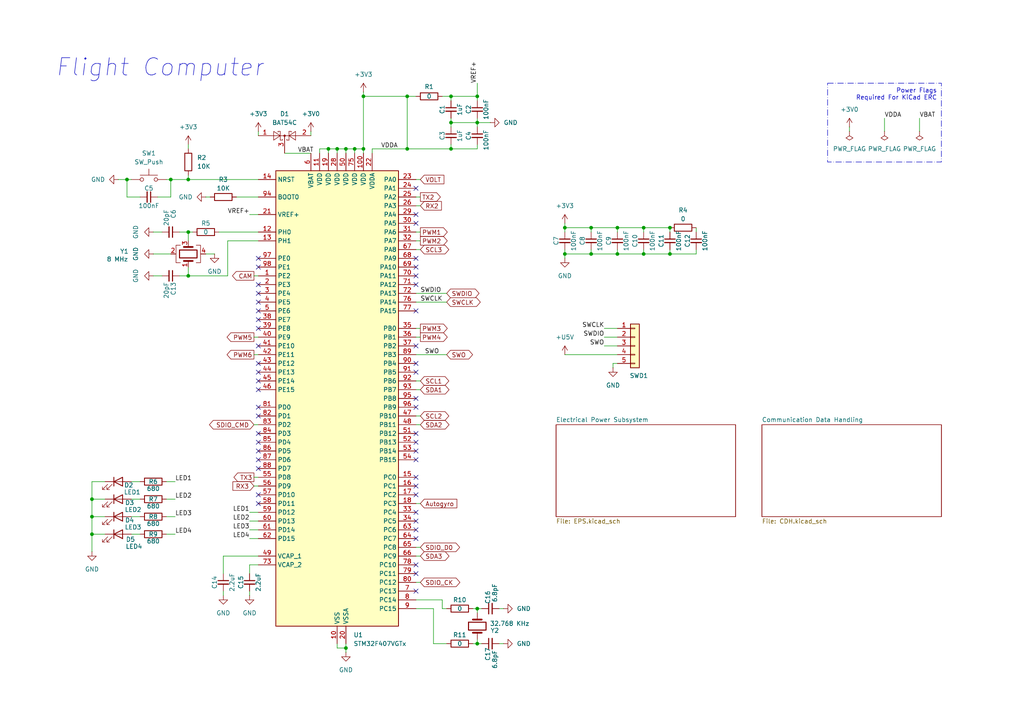
<source format=kicad_sch>
(kicad_sch (version 20231120) (generator "eeschema") (generator_version "8.0")
  (paper "A4")
  (title_block (title "CanSat Avionics - Auto Gyro Descender") (date "2024-10-04") (rev "1") (company "Bamantara EEPISAT") (comment 1 "#Bismillah_Juara_1") (comment 2 "#DOA_IBU"))
  (lib_symbols
    (symbol "+3V3_1" (power) (pin_numbers hide) (pin_names (offset 0) hide)
      (property "Value" "+3V3" (at 0 3.556 0))
      (symbol "+3V3_1_0_1"
        (polyline (pts (xy -0.762 1.27) (xy 0 2.54)))
        (polyline (pts (xy 0 0) (xy 0 2.54)))
        (polyline (pts (xy 0 2.54) (xy 0.762 1.27)))
      )
      (symbol "+3V3_1_1_1"
        (pin power_in line (at 0 0 90) (length 0) (name "~") (number "1"))
      )
    )
    (symbol "Connector_Generic:Conn_01x05" (pin_names (offset 1.016) hide)
      (property "Reference" "J" (at 0 7.62 0))
      (property "Value" "Conn_01x05" (at 0 -7.62 0))
      (symbol "Conn_01x05_1_1"
        (rectangle (start -1.27 -4.953) (end 0 -5.207) (stroke (width 0.1524)))
        (rectangle (start -1.27 -2.413) (end 0 -2.667) (stroke (width 0.1524)))
        (rectangle (start -1.27 0.127) (end 0 -0.127) (stroke (width 0.1524)))
        (rectangle (start -1.27 2.667) (end 0 2.413) (stroke (width 0.1524)))
        (rectangle (start -1.27 5.207) (end 0 4.953) (stroke (width 0.1524)))
        (rectangle (start -1.27 6.35) (end 1.27 -6.35) (stroke (width 0.254)) (fill (type background)))
        (pin passive line (at -5.08 5.08 0) (length 3.81) (name "Pin_1") (number "1"))
        (pin passive line (at -5.08 2.54 0) (length 3.81) (name "Pin_2") (number "2"))
        (pin passive line (at -5.08 0 0) (length 3.81) (name "Pin_3") (number "3"))
        (pin passive line (at -5.08 -2.54 0) (length 3.81) (name "Pin_4") (number "4"))
        (pin passive line (at -5.08 -5.08 0) (length 3.81) (name "Pin_5") (number "5"))
      )
    )
    (symbol "Device:C_Small" (pin_numbers hide) (pin_names (offset 0.254) hide)
      (property "Reference" "C" (at 0.254 1.778 0))
      (property "Value" "C_Small" (at 0.254 -2.032 0))
      (symbol "C_Small_0_1"
        (polyline (pts (xy -1.524 -0.508) (xy 1.524 -0.508)) (stroke (width 0.3302)))
        (polyline (pts (xy -1.524 0.508) (xy 1.524 0.508)) (stroke (width 0.3048)))
      )
      (symbol "C_Small_1_1"
        (pin passive line (at 0 2.54 270) (length 2.032) (name "~") (number "1"))
        (pin passive line (at 0 -2.54 90) (length 2.032) (name "~") (number "2"))
      )
    )
    (symbol "Device:Crystal" (pin_numbers hide) (pin_names (offset 1.016) hide)
      (property "Reference" "Y" (at 0 3.81 0))
      (property "Value" "Crystal" (at 0 -3.81 0))
      (symbol "Crystal_0_1"
        (rectangle (start -1.143 2.54) (end 1.143 -2.54) (stroke (width 0.3048)))
        (polyline (pts (xy -2.54 0) (xy -1.905 0)))
        (polyline (pts (xy -1.905 -1.27) (xy -1.905 1.27)) (stroke (width 0.508)))
        (polyline (pts (xy 1.905 -1.27) (xy 1.905 1.27)) (stroke (width 0.508)))
        (polyline (pts (xy 2.54 0) (xy 1.905 0)))
      )
      (symbol "Crystal_1_1"
        (pin passive line (at -3.81 0 0) (length 1.27) (name "1") (number "1"))
        (pin passive line (at 3.81 0 180) (length 1.27) (name "2") (number "2"))
      )
    )
    (symbol "Device:Crystal_GND24" (pin_names (offset 1.016) hide)
      (property "Reference" "Y" (at 3.175 5.08 0))
      (property "Value" "Crystal_GND24" (at 3.175 3.175 0))
      (symbol "Crystal_GND24_0_1"
        (rectangle (start -1.143 2.54) (end 1.143 -2.54) (stroke (width 0.3048)))
        (polyline (pts (xy -2.54 0) (xy -2.032 0)))
        (polyline (pts (xy -2.032 -1.27) (xy -2.032 1.27)) (stroke (width 0.508)))
        (polyline (pts (xy 0 -3.81) (xy 0 -3.556)))
        (polyline (pts (xy 0 3.556) (xy 0 3.81)))
        (polyline (pts (xy 2.032 -1.27) (xy 2.032 1.27)) (stroke (width 0.508)))
        (polyline (pts (xy 2.032 0) (xy 2.54 0)))
        (polyline (pts (xy -2.54 -2.286) (xy -2.54 -3.556) (xy 2.54 -3.556) (xy 2.54 -2.286)))
        (polyline (pts (xy -2.54 2.286) (xy -2.54 3.556) (xy 2.54 3.556) (xy 2.54 2.286)))
      )
      (symbol "Crystal_GND24_1_1"
        (pin passive line (at -3.81 0 0) (length 1.27) (name "1") (number "1"))
        (pin passive line (at 0 5.08 270) (length 1.27) (name "2") (number "2"))
        (pin passive line (at 3.81 0 180) (length 1.27) (name "3") (number "3"))
        (pin passive line (at 0 -5.08 90) (length 1.27) (name "4") (number "4"))
      )
    )
    (symbol "Device:LED" (pin_numbers hide) (pin_names (offset 1.016) hide)
      (property "Reference" "D" (at 0 2.54 0))
      (property "Value" "LED" (at 0 -2.54 0))
      (symbol "LED_0_1"
        (polyline (pts (xy -1.27 -1.27) (xy -1.27 1.27)) (stroke (width 0.254)))
        (polyline (pts (xy -1.27 0) (xy 1.27 0)))
        (polyline (pts (xy 1.27 -1.27) (xy 1.27 1.27) (xy -1.27 0) (xy 1.27 -1.27)) (stroke (width 0.254)))
        (polyline (pts (xy -3.048 -0.762) (xy -4.572 -2.286) (xy -3.81 -2.286) (xy -4.572 -2.286) (xy -4.572 -1.524)))
        (polyline (pts (xy -1.778 -0.762) (xy -3.302 -2.286) (xy -2.54 -2.286) (xy -3.302 -2.286) (xy -3.302 -1.524)))
      )
      (symbol "LED_1_1"
        (pin passive line (at -3.81 0 0) (length 2.54) (name "K") (number "1"))
        (pin passive line (at 3.81 0 180) (length 2.54) (name "A") (number "2"))
      )
    )
    (symbol "Device:R" (pin_numbers hide) (pin_names (offset 0))
      (property "Reference" "R" (at 2.032 0 90))
      (property "Value" "R" (at 0 0 90))
      (symbol "R_0_1"
        (rectangle (start -1.016 -2.54) (end 1.016 2.54) (stroke (width 0.254)))
      )
      (symbol "R_1_1"
        (pin passive line (at 0 3.81 270) (length 1.27) (name "~") (number "1"))
        (pin passive line (at 0 -3.81 90) (length 1.27) (name "~") (number "2"))
      )
    )
    (symbol "Diode:BAT54C" (pin_names (offset 1.016))
      (property "Reference" "D" (at 0.635 -3.81 0))
      (property "Value" "BAT54C" (at -6.35 3.175 0))
      (symbol "BAT54C_0_1"
        (polyline (pts (xy -1.905 0) (xy 1.905 0)))
        (polyline (pts (xy -1.905 1.27) (xy -1.905 1.016)))
        (polyline (pts (xy -1.27 -1.27) (xy -0.635 -1.27)))
        (polyline (pts (xy -1.27 0) (xy -3.81 0)))
        (polyline (pts (xy -1.27 1.27) (xy -1.905 1.27)))
        (polyline (pts (xy -1.27 1.27) (xy -1.27 -1.27)))
        (polyline (pts (xy -0.635 -1.27) (xy -0.635 -1.016)))
        (polyline (pts (xy 0.635 -1.27) (xy 0.635 -1.016)))
        (polyline (pts (xy 1.27 -1.27) (xy 0.635 -1.27)))
        (polyline (pts (xy 1.27 1.27) (xy 1.27 -1.27)))
        (polyline (pts (xy 1.27 1.27) (xy 1.905 1.27)))
        (polyline (pts (xy 1.905 1.27) (xy 1.905 1.016)))
        (polyline (pts (xy 3.81 0) (xy 1.27 0)))
        (polyline (pts (xy -3.175 -1.27) (xy -3.175 1.27) (xy -1.27 0) (xy -3.175 -1.27)))
        (polyline (pts (xy 3.175 -1.27) (xy 3.175 1.27) (xy 1.27 0) (xy 3.175 -1.27)))
        (circle (center 0 0) (radius 0.254) (fill (type outline)))
      )
      (symbol "BAT54C_1_1"
        (pin passive line (at -7.62 0 0) (length 3.81) (name "~") (number "1"))
        (pin passive line (at 7.62 0 180) (length 3.81) (name "~") (number "2"))
        (pin passive line (at 0 -5.08 90) (length 5.08) (name "~") (number "3"))
      )
    )
    (symbol "GND_1" (power) (pin_numbers hide) (pin_names (offset 0) hide)
      (property "Value" "GND" (at 0 -3.81 0))
      (symbol "GND_1_0_1"
        (polyline (pts (xy 0 0) (xy 0 -1.27) (xy 1.27 -1.27) (xy 0 -2.54) (xy -1.27 -1.27) (xy 0 -1.27)))
      )
      (symbol "GND_1_1_1"
        (pin power_in line (at 0 0 270) (length 0) (name "~") (number "1"))
      )
    )
    (symbol "GND_2" (power) (pin_numbers hide) (pin_names (offset 0) hide)
      (property "Value" "GND" (at 0 -3.81 0))
      (symbol "GND_2_0_1"
        (polyline (pts (xy 0 0) (xy 0 -1.27) (xy 1.27 -1.27) (xy 0 -2.54) (xy -1.27 -1.27) (xy 0 -1.27)))
      )
      (symbol "GND_2_1_1"
        (pin power_in line (at 0 0 270) (length 0) (name "~") (number "1"))
      )
    )
    (symbol "GND_3" (power) (pin_numbers hide) (pin_names (offset 0) hide)
      (property "Value" "GND" (at 0 -3.81 0))
      (symbol "GND_3_0_1"
        (polyline (pts (xy 0 0) (xy 0 -1.27) (xy 1.27 -1.27) (xy 0 -2.54) (xy -1.27 -1.27) (xy 0 -1.27)))
      )
      (symbol "GND_3_1_1"
        (pin power_in line (at 0 0 270) (length 0) (name "~") (number "1"))
      )
    )
    (symbol "STM32F407VGTx_1"
      (property "Reference" "U" (at -17.78 67.31 0))
      (property "Value" "STM32F407VGTx" (at 12.7 67.31 0))
      (symbol "STM32F407VGTx_1_0_1"
        (rectangle (start -17.78 -66.04) (end 17.78 66.04) (stroke (width 0.254)) (fill (type background)))
      )
      (symbol "STM32F407VGTx_1_1_1"
        (pin bidirectional line (at -22.86 35.56 0) (length 5.08) (name "PE2") (number "1"))
        (pin power_in line (at 0 -71.12 90) (length 5.08) (name "VSS") (number "10"))
        (pin power_in line (at 7.62 71.12 270) (length 5.08) (name "VDD") (number "100"))
        (pin power_in line (at -5.08 71.12 270) (length 5.08) (name "VDD") (number "11"))
        (pin bidirectional line (at -22.86 48.26 0) (length 5.08) (name "PH0") (number "12"))
        (pin bidirectional line (at -22.86 45.72 0) (length 5.08) (name "PH1") (number "13"))
        (pin input line (at -22.86 63.5 0) (length 5.08) (name "NRST") (number "14"))
        (pin bidirectional line (at 22.86 -22.86 180) (length 5.08) (name "PC0") (number "15"))
        (pin bidirectional line (at 22.86 -25.4 180) (length 5.08) (name "PC1") (number "16"))
        (pin bidirectional line (at 22.86 -27.94 180) (length 5.08) (name "PC2") (number "17"))
        (pin bidirectional line (at 22.86 -30.48 180) (length 5.08) (name "PC3") (number "18"))
        (pin power_in line (at -2.54 71.12 270) (length 5.08) (name "VDD") (number "19"))
        (pin bidirectional line (at -22.86 33.02 0) (length 5.08) (name "PE3") (number "2"))
        (pin power_in line (at 2.54 -71.12 90) (length 5.08) (name "VSSA") (number "20"))
        (pin input line (at -22.86 53.34 0) (length 5.08) (name "VREF+") (number "21"))
        (pin power_in line (at 10.16 71.12 270) (length 5.08) (name "VDDA") (number "22"))
        (pin bidirectional line (at 22.86 63.5 180) (length 5.08) (name "PA0") (number "23"))
        (pin bidirectional line (at 22.86 60.96 180) (length 5.08) (name "PA1") (number "24"))
        (pin bidirectional line (at 22.86 58.42 180) (length 5.08) (name "PA2") (number "25"))
        (pin bidirectional line (at 22.86 55.88 180) (length 5.08) (name "PA3") (number "26"))
        (pin passive line (at 0 -71.12 90) (length 5.08) hide (name "VSS") (number "27"))
        (pin power_in line (at 0 71.12 270) (length 5.08) (name "VDD") (number "28"))
        (pin bidirectional line (at 22.86 53.34 180) (length 5.08) (name "PA4") (number "29"))
        (pin bidirectional line (at -22.86 30.48 0) (length 5.08) (name "PE4") (number "3"))
        (pin bidirectional line (at 22.86 50.8 180) (length 5.08) (name "PA5") (number "30"))
        (pin bidirectional line (at 22.86 48.26 180) (length 5.08) (name "PA6") (number "31"))
        (pin bidirectional line (at 22.86 45.72 180) (length 5.08) (name "PA7") (number "32"))
        (pin bidirectional line (at 22.86 -33.02 180) (length 5.08) (name "PC4") (number "33"))
        (pin bidirectional line (at 22.86 -35.56 180) (length 5.08) (name "PC5") (number "34"))
        (pin bidirectional line (at 22.86 20.32 180) (length 5.08) (name "PB0") (number "35"))
        (pin bidirectional line (at 22.86 17.78 180) (length 5.08) (name "PB1") (number "36"))
        (pin bidirectional line (at 22.86 15.24 180) (length 5.08) (name "PB2") (number "37"))
        (pin bidirectional line (at -22.86 22.86 0) (length 5.08) (name "PE7") (number "38"))
        (pin bidirectional line (at -22.86 20.32 0) (length 5.08) (name "PE8") (number "39"))
        (pin bidirectional line (at -22.86 27.94 0) (length 5.08) (name "PE5") (number "4"))
        (pin bidirectional line (at -22.86 17.78 0) (length 5.08) (name "PE9") (number "40"))
        (pin bidirectional line (at -22.86 15.24 0) (length 5.08) (name "PE10") (number "41"))
        (pin bidirectional line (at -22.86 12.7 0) (length 5.08) (name "PE11") (number "42"))
        (pin bidirectional line (at -22.86 10.16 0) (length 5.08) (name "PE12") (number "43"))
        (pin bidirectional line (at -22.86 7.62 0) (length 5.08) (name "PE13") (number "44"))
        (pin bidirectional line (at -22.86 5.08 0) (length 5.08) (name "PE14") (number "45"))
        (pin bidirectional line (at -22.86 2.54 0) (length 5.08) (name "PE15") (number "46"))
        (pin bidirectional line (at 22.86 -5.08 180) (length 5.08) (name "PB10") (number "47"))
        (pin bidirectional line (at 22.86 -7.62 180) (length 5.08) (name "PB11") (number "48"))
        (pin power_out line (at -22.86 -45.72 0) (length 5.08) (name "VCAP_1") (number "49"))
        (pin bidirectional line (at -22.86 25.4 0) (length 5.08) (name "PE6") (number "5"))
        (pin power_in line (at 2.54 71.12 270) (length 5.08) (name "VDD") (number "50"))
        (pin bidirectional line (at 22.86 -10.16 180) (length 5.08) (name "PB12") (number "51"))
        (pin bidirectional line (at 22.86 -12.7 180) (length 5.08) (name "PB13") (number "52"))
        (pin bidirectional line (at 22.86 -15.24 180) (length 5.08) (name "PB14") (number "53"))
        (pin bidirectional line (at 22.86 -17.78 180) (length 5.08) (name "PB15") (number "54"))
        (pin bidirectional line (at -22.86 -22.86 0) (length 5.08) (name "PD8") (number "55"))
        (pin bidirectional line (at -22.86 -25.4 0) (length 5.08) (name "PD9") (number "56"))
        (pin bidirectional line (at -22.86 -27.94 0) (length 5.08) (name "PD10") (number "57"))
        (pin bidirectional line (at -22.86 -30.48 0) (length 5.08) (name "PD11") (number "58"))
        (pin bidirectional line (at -22.86 -33.02 0) (length 5.08) (name "PD12") (number "59"))
        (pin power_in line (at -7.62 71.12 270) (length 5.08) (name "VBAT") (number "6"))
        (pin bidirectional line (at -22.86 -35.56 0) (length 5.08) (name "PD13") (number "60"))
        (pin bidirectional line (at -22.86 -38.1 0) (length 5.08) (name "PD14") (number "61"))
        (pin bidirectional line (at -22.86 -40.64 0) (length 5.08) (name "PD15") (number "62"))
        (pin bidirectional line (at 22.86 -38.1 180) (length 5.08) (name "PC6") (number "63"))
        (pin bidirectional line (at 22.86 -40.64 180) (length 5.08) (name "PC7") (number "64"))
        (pin bidirectional line (at 22.86 -43.18 180) (length 5.08) (name "PC8") (number "65"))
        (pin bidirectional line (at 22.86 -45.72 180) (length 5.08) (name "PC9") (number "66"))
        (pin bidirectional line (at 22.86 43.18 180) (length 5.08) (name "PA8") (number "67"))
        (pin bidirectional line (at 22.86 40.64 180) (length 5.08) (name "PA9") (number "68"))
        (pin bidirectional line (at 22.86 38.1 180) (length 5.08) (name "PA10") (number "69"))
        (pin bidirectional line (at 22.86 -55.88 180) (length 5.08) (name "PC13") (number "7"))
        (pin bidirectional line (at 22.86 35.56 180) (length 5.08) (name "PA11") (number "70"))
        (pin bidirectional line (at 22.86 33.02 180) (length 5.08) (name "PA12") (number "71"))
        (pin bidirectional line (at 22.86 30.48 180) (length 5.08) (name "PA13") (number "72"))
        (pin power_out line (at -22.86 -48.26 0) (length 5.08) (name "VCAP_2") (number "73"))
        (pin passive line (at 0 -71.12 90) (length 5.08) hide (name "VSS") (number "74"))
        (pin power_in line (at 5.08 71.12 270) (length 5.08) (name "VDD") (number "75"))
        (pin bidirectional line (at 22.86 27.94 180) (length 5.08) (name "PA14") (number "76"))
        (pin bidirectional line (at 22.86 25.4 180) (length 5.08) (name "PA15") (number "77"))
        (pin bidirectional line (at 22.86 -48.26 180) (length 5.08) (name "PC10") (number "78"))
        (pin bidirectional line (at 22.86 -50.8 180) (length 5.08) (name "PC11") (number "79"))
        (pin bidirectional line (at 22.86 -58.42 180) (length 5.08) (name "PC14") (number "8"))
        (pin bidirectional line (at 22.86 -53.34 180) (length 5.08) (name "PC12") (number "80"))
        (pin bidirectional line (at -22.86 -2.54 0) (length 5.08) (name "PD0") (number "81"))
        (pin bidirectional line (at -22.86 -5.08 0) (length 5.08) (name "PD1") (number "82"))
        (pin bidirectional line (at -22.86 -7.62 0) (length 5.08) (name "PD2") (number "83"))
        (pin bidirectional line (at -22.86 -10.16 0) (length 5.08) (name "PD3") (number "84"))
        (pin bidirectional line (at -22.86 -12.7 0) (length 5.08) (name "PD4") (number "85"))
        (pin bidirectional line (at -22.86 -15.24 0) (length 5.08) (name "PD5") (number "86"))
        (pin bidirectional line (at -22.86 -17.78 0) (length 5.08) (name "PD6") (number "87"))
        (pin bidirectional line (at -22.86 -20.32 0) (length 5.08) (name "PD7") (number "88"))
        (pin bidirectional line (at 22.86 12.7 180) (length 5.08) (name "PB3") (number "89"))
        (pin bidirectional line (at 22.86 -60.96 180) (length 5.08) (name "PC15") (number "9"))
        (pin bidirectional line (at 22.86 10.16 180) (length 5.08) (name "PB4") (number "90"))
        (pin bidirectional line (at 22.86 7.62 180) (length 5.08) (name "PB5") (number "91"))
        (pin bidirectional line (at 22.86 5.08 180) (length 5.08) (name "PB6") (number "92"))
        (pin bidirectional line (at 22.86 2.54 180) (length 5.08) (name "PB7") (number "93"))
        (pin input line (at -22.86 58.42 0) (length 5.08) (name "BOOT0") (number "94"))
        (pin bidirectional line (at 22.86 0 180) (length 5.08) (name "PB8") (number "95"))
        (pin bidirectional line (at 22.86 -2.54 180) (length 5.08) (name "PB9") (number "96"))
        (pin bidirectional line (at -22.86 40.64 0) (length 5.08) (name "PE0") (number "97"))
        (pin bidirectional line (at -22.86 38.1 0) (length 5.08) (name "PE1") (number "98"))
        (pin passive line (at 0 -71.12 90) (length 5.08) hide (name "VSS") (number "99"))
      )
    )
    (symbol "Switch:SW_Push" (pin_numbers hide) (pin_names (offset 1.016) hide)
      (property "Reference" "SW" (at 1.27 2.54 0))
      (property "Value" "SW_Push" (at 0 -1.524 0))
      (symbol "SW_Push_0_1"
        (circle (center -2.032 0) (radius 0.508))
        (polyline (pts (xy 0 1.27) (xy 0 3.048)))
        (polyline (pts (xy 2.54 1.27) (xy -2.54 1.27)))
        (circle (center 2.032 0) (radius 0.508))
        (pin passive line (at -5.08 0 0) (length 2.54) (name "1") (number "1"))
        (pin passive line (at 5.08 0 180) (length 2.54) (name "2") (number "2"))
      )
    )
    (symbol "power:+3V0" (power) (pin_numbers hide) (pin_names (offset 0) hide)
      (property "Value" "+3V0" (at 0 3.556 0))
      (symbol "+3V0_0_1"
        (polyline (pts (xy -0.762 1.27) (xy 0 2.54)))
        (polyline (pts (xy 0 0) (xy 0 2.54)))
        (polyline (pts (xy 0 2.54) (xy 0.762 1.27)))
      )
      (symbol "+3V0_1_1"
        (pin power_in line (at 0 0 90) (length 0) (name "~") (number "1"))
      )
    )
    (symbol "power:+5VA" (power) (pin_numbers hide) (pin_names (offset 0) hide)
      (property "Value" "+5VA" (at 0 3.556 0))
      (symbol "+5VA_0_1"
        (polyline (pts (xy -0.762 1.27) (xy 0 2.54)))
        (polyline (pts (xy 0 0) (xy 0 2.54)))
        (polyline (pts (xy 0 2.54) (xy 0.762 1.27)))
      )
      (symbol "+5VA_1_1"
        (pin power_in line (at 0 0 90) (length 0) (name "~") (number "1"))
      )
    )
    (symbol "power:PWR_FLAG" (power) (pin_numbers hide) (pin_names (offset 0) hide)
      (property "Value" "PWR_FLAG" (at 0 3.81 0))
      (symbol "PWR_FLAG_0_0"
        (pin power_out line (at 0 0 90) (length 0) (name "~") (number "1"))
      )
      (symbol "PWR_FLAG_0_1"
        (polyline (pts (xy 0 0) (xy 0 1.27) (xy -1.016 1.905) (xy 0 2.54) (xy 1.016 1.905) (xy 0 1.27)))
      )
    )
  )
  (junction (at 95.25 43.18))
  (junction (at 130.81 35.56))
  (junction (at 163.83 73.66))
  (junction (at 194.31 66.04))
  (junction (at 54.61 67.31))
  (junction (at 138.43 186.69))
  (junction (at 194.31 73.66))
  (junction (at 36.83 52.07))
  (junction (at 26.67 149.86))
  (junction (at 118.11 27.94))
  (junction (at 138.43 176.53))
  (junction (at 97.79 43.18))
  (junction (at 186.69 66.04))
  (junction (at 54.61 80.01))
  (junction (at 179.07 73.66))
  (junction (at 179.07 66.04))
  (junction (at 105.41 43.18))
  (junction (at 163.83 66.04))
  (junction (at 118.11 43.18))
  (junction (at 26.67 154.94))
  (junction (at 171.45 73.66))
  (junction (at 138.43 35.56))
  (junction (at 26.67 144.78))
  (junction (at 49.53 52.07))
  (junction (at 130.81 43.18))
  (junction (at 100.33 43.18))
  (junction (at 130.81 27.94))
  (junction (at 105.41 27.94))
  (junction (at 100.33 187.96))
  (junction (at 102.87 43.18))
  (junction (at 171.45 66.04))
  (junction (at 138.43 27.94))
  (junction (at 186.69 73.66))
  (junction (at 54.61 52.07))
  (no_connect (at 74.93 77.47))
  (no_connect (at 120.65 171.45))
  (no_connect (at 74.93 85.09))
  (no_connect (at 74.93 100.33))
  (no_connect (at 120.65 163.83))
  (no_connect (at 74.93 95.25))
  (no_connect (at 74.93 146.05))
  (no_connect (at 120.65 80.01))
  (no_connect (at 74.93 118.11))
  (no_connect (at 120.65 118.11))
  (no_connect (at 74.93 107.95))
  (no_connect (at 74.93 125.73))
  (no_connect (at 74.93 110.49))
  (no_connect (at 74.93 128.27))
  (no_connect (at 120.65 166.37))
  (no_connect (at 120.65 130.81))
  (no_connect (at 74.93 92.71))
  (no_connect (at 120.65 140.97))
  (no_connect (at 120.65 151.13))
  (no_connect (at 120.65 107.95))
  (no_connect (at 74.93 87.63))
  (no_connect (at 120.65 90.17))
  (no_connect (at 74.93 143.51))
  (no_connect (at 120.65 115.57))
  (no_connect (at 120.65 133.35))
  (no_connect (at 120.65 138.43))
  (no_connect (at 120.65 153.67))
  (no_connect (at 74.93 135.89))
  (no_connect (at 120.65 128.27))
  (no_connect (at 120.65 82.55))
  (no_connect (at 120.65 77.47))
  (no_connect (at 74.93 105.41))
  (no_connect (at 120.65 143.51))
  (no_connect (at 74.93 130.81))
  (no_connect (at 120.65 156.21))
  (no_connect (at 120.65 105.41))
  (no_connect (at 74.93 133.35))
  (no_connect (at 74.93 82.55))
  (no_connect (at 120.65 125.73))
  (no_connect (at 74.93 74.93))
  (no_connect (at 120.65 100.33))
  (no_connect (at 74.93 113.03))
  (no_connect (at 74.93 120.65))
  (no_connect (at 120.65 62.23))
  (no_connect (at 120.65 74.93))
  (no_connect (at 120.65 148.59))
  (no_connect (at 120.65 54.61))
  (no_connect (at 120.65 64.77))
  (no_connect (at 74.93 90.17))
  (wire (pts (xy 59.69 57.15) (xy 60.96 57.15)))
  (wire (pts (xy 105.41 26.67) (xy 105.41 27.94)))
  (wire (pts (xy 97.79 187.96) (xy 100.33 187.96)))
  (wire (pts (xy 128.27 173.99) (xy 120.65 173.99)))
  (wire (pts (xy 105.41 27.94) (xy 118.11 27.94)))
  (wire (pts (xy 120.65 176.53) (xy 125.73 176.53)))
  (wire (pts (xy 90.17 44.45) (xy 82.55 44.45)))
  (wire (pts (xy 144.78 176.53) (xy 146.05 176.53)))
  (wire (pts (xy 129.54 87.63) (xy 120.65 87.63)))
  (wire (pts (xy 26.67 144.78) (xy 26.67 149.86)))
  (wire (pts (xy 163.83 72.39) (xy 163.83 73.66)))
  (wire (pts (xy 100.33 187.96) (xy 100.33 189.23)))
  (wire (pts (xy 38.1 139.7) (xy 40.64 139.7)))
  (wire (pts (xy 59.69 73.66) (xy 62.23 73.66)))
  (wire (pts (xy 107.95 43.18) (xy 118.11 43.18)))
  (wire (pts (xy 97.79 43.18) (xy 100.33 43.18)))
  (wire (pts (xy 175.26 100.33) (xy 179.07 100.33)))
  (wire (pts (xy 74.93 39.37) (xy 74.93 38.1)))
  (wire (pts (xy 138.43 177.8) (xy 138.43 176.53)))
  (wire (pts (xy 90.17 39.37) (xy 90.17 38.1)))
  (wire (pts (xy 30.48 144.78) (xy 26.67 144.78)))
  (wire (pts (xy 72.39 62.23) (xy 74.93 62.23)))
  (wire (pts (xy 30.48 149.86) (xy 26.67 149.86)))
  (wire (pts (xy 186.69 72.39) (xy 186.69 73.66)))
  (wire (pts (xy 121.92 161.29) (xy 120.65 161.29)))
  (wire (pts (xy 48.26 149.86) (xy 50.8 149.86)))
  (wire (pts (xy 120.65 69.85) (xy 121.92 69.85)))
  (wire (pts (xy 54.61 41.91) (xy 54.61 43.18)))
  (wire (pts (xy 129.54 85.09) (xy 120.65 85.09)))
  (wire (pts (xy 97.79 186.69) (xy 97.79 187.96)))
  (wire (pts (xy 72.39 163.83) (xy 74.93 163.83)))
  (wire (pts (xy 129.54 186.69) (xy 125.73 186.69)))
  (wire (pts (xy 49.53 52.07) (xy 54.61 52.07)))
  (wire (pts (xy 102.87 43.18) (xy 102.87 44.45)))
  (wire (pts (xy 73.66 123.19) (xy 74.93 123.19)))
  (wire (pts (xy 48.26 144.78) (xy 50.8 144.78)))
  (wire (pts (xy 26.67 154.94) (xy 26.67 160.02)))
  (wire (pts (xy 105.41 43.18) (xy 105.41 44.45)))
  (wire (pts (xy 118.11 27.94) (xy 118.11 43.18)))
  (wire (pts (xy 121.92 72.39) (xy 120.65 72.39)))
  (wire (pts (xy 72.39 156.21) (xy 74.93 156.21)))
  (wire (pts (xy 54.61 80.01) (xy 66.04 80.01)))
  (wire (pts (xy 73.66 97.79) (xy 74.93 97.79)))
  (wire (pts (xy 52.07 67.31) (xy 54.61 67.31)))
  (wire (pts (xy 175.26 95.25) (xy 179.07 95.25)))
  (wire (pts (xy 46.99 67.31) (xy 44.45 67.31)))
  (wire (pts (xy 54.61 67.31) (xy 54.61 69.85)))
  (wire (pts (xy 246.38 38.1) (xy 246.38 36.83)))
  (wire (pts (xy 130.81 27.94) (xy 130.81 29.21)))
  (wire (pts (xy 137.16 186.69) (xy 138.43 186.69)))
  (wire (pts (xy 121.92 110.49) (xy 120.65 110.49)))
  (wire (pts (xy 121.92 123.19) (xy 120.65 123.19)))
  (wire (pts (xy 38.1 149.86) (xy 40.64 149.86)))
  (wire (pts (xy 30.48 154.94) (xy 26.67 154.94)))
  (wire (pts (xy 179.07 66.04) (xy 171.45 66.04)))
  (wire (pts (xy 100.33 43.18) (xy 100.33 44.45)))
  (wire (pts (xy 175.26 97.79) (xy 179.07 97.79)))
  (wire (pts (xy 49.53 57.15) (xy 49.53 52.07)))
  (wire (pts (xy 68.58 57.15) (xy 74.93 57.15)))
  (wire (pts (xy 63.5 67.31) (xy 74.93 67.31)))
  (wire (pts (xy 48.26 154.94) (xy 50.8 154.94)))
  (wire (pts (xy 138.43 34.29) (xy 138.43 35.56)))
  (wire (pts (xy 121.92 67.31) (xy 120.65 67.31)))
  (wire (pts (xy 125.73 176.53) (xy 125.73 186.69)))
  (wire (pts (xy 256.54 34.29) (xy 256.54 38.1)))
  (wire (pts (xy 194.31 73.66) (xy 186.69 73.66)))
  (wire (pts (xy 36.83 52.07) (xy 38.1 52.07)))
  (wire (pts (xy 201.93 73.66) (xy 201.93 72.39)))
  (wire (pts (xy 100.33 187.96) (xy 100.33 186.69)))
  (wire (pts (xy 177.8 105.41) (xy 179.07 105.41)))
  (wire (pts (xy 52.07 80.01) (xy 54.61 80.01)))
  (wire (pts (xy 72.39 171.45) (xy 72.39 172.72)))
  (wire (pts (xy 201.93 66.04) (xy 201.93 67.31)))
  (wire (pts (xy 74.93 161.29) (xy 64.77 161.29)))
  (wire (pts (xy 118.11 43.18) (xy 130.81 43.18)))
  (wire (pts (xy 177.8 106.68) (xy 177.8 105.41)))
  (wire (pts (xy 45.72 57.15) (xy 49.53 57.15)))
  (wire (pts (xy 73.66 138.43) (xy 74.93 138.43)))
  (wire (pts (xy 48.26 139.7) (xy 50.8 139.7)))
  (wire (pts (xy 54.61 80.01) (xy 54.61 77.47)))
  (wire (pts (xy 44.45 73.66) (xy 49.53 73.66)))
  (wire (pts (xy 105.41 27.94) (xy 105.41 43.18)))
  (wire (pts (xy 95.25 43.18) (xy 97.79 43.18)))
  (wire (pts (xy 64.77 161.29) (xy 64.77 166.37)))
  (wire (pts (xy 97.79 43.18) (xy 97.79 44.45)))
  (wire (pts (xy 100.33 43.18) (xy 102.87 43.18)))
  (wire (pts (xy 120.65 146.05) (xy 121.92 146.05)))
  (wire (pts (xy 194.31 73.66) (xy 201.93 73.66)))
  (wire (pts (xy 130.81 27.94) (xy 138.43 27.94)))
  (wire (pts (xy 120.65 102.87) (xy 129.54 102.87)))
  (wire (pts (xy 121.92 59.69) (xy 120.65 59.69)))
  (wire (pts (xy 163.83 64.77) (xy 163.83 66.04)))
  (wire (pts (xy 121.92 158.75) (xy 120.65 158.75)))
  (wire (pts (xy 118.11 27.94) (xy 120.65 27.94)))
  (wire (pts (xy 139.7 176.53) (xy 138.43 176.53)))
  (wire (pts (xy 130.81 35.56) (xy 130.81 34.29)))
  (wire (pts (xy 66.04 69.85) (xy 74.93 69.85)))
  (wire (pts (xy 194.31 66.04) (xy 186.69 66.04)))
  (wire (pts (xy 92.71 43.18) (xy 95.25 43.18)))
  (wire (pts (xy 95.25 44.45) (xy 95.25 43.18)))
  (wire (pts (xy 26.67 149.86) (xy 26.67 154.94)))
  (wire (pts (xy 146.05 186.69) (xy 144.78 186.69)))
  (wire (pts (xy 38.1 154.94) (xy 40.64 154.94)))
  (wire (pts (xy 171.45 72.39) (xy 171.45 73.66)))
  (wire (pts (xy 138.43 185.42) (xy 138.43 186.69)))
  (wire (pts (xy 34.29 52.07) (xy 36.83 52.07)))
  (wire (pts (xy 72.39 166.37) (xy 72.39 163.83)))
  (wire (pts (xy 138.43 29.21) (xy 138.43 27.94)))
  (wire (pts (xy 121.92 120.65) (xy 120.65 120.65)))
  (wire (pts (xy 121.92 95.25) (xy 120.65 95.25)))
  (wire (pts (xy 54.61 67.31) (xy 55.88 67.31)))
  (wire (pts (xy 38.1 144.78) (xy 40.64 144.78)))
  (wire (pts (xy 64.77 171.45) (xy 64.77 172.72)))
  (wire (pts (xy 171.45 67.31) (xy 171.45 66.04)))
  (wire (pts (xy 72.39 151.13) (xy 74.93 151.13)))
  (wire (pts (xy 186.69 73.66) (xy 179.07 73.66)))
  (wire (pts (xy 121.92 168.91) (xy 120.65 168.91)))
  (wire (pts (xy 142.24 35.56) (xy 138.43 35.56)))
  (wire (pts (xy 72.39 153.67) (xy 74.93 153.67)))
  (wire (pts (xy 130.81 43.18) (xy 138.43 43.18)))
  (wire (pts (xy 26.67 139.7) (xy 26.67 144.78)))
  (wire (pts (xy 73.66 140.97) (xy 74.93 140.97)))
  (wire (pts (xy 171.45 73.66) (xy 163.83 73.66)))
  (wire (pts (xy 138.43 35.56) (xy 130.81 35.56)))
  (wire (pts (xy 54.61 52.07) (xy 74.93 52.07)))
  (wire (pts (xy 73.66 80.01) (xy 74.93 80.01)))
  (wire (pts (xy 186.69 66.04) (xy 179.07 66.04)))
  (wire (pts (xy 30.48 139.7) (xy 26.67 139.7)))
  (wire (pts (xy 120.65 113.03) (xy 121.92 113.03)))
  (wire (pts (xy 128.27 27.94) (xy 130.81 27.94)))
  (wire (pts (xy 194.31 67.31) (xy 194.31 66.04)))
  (wire (pts (xy 44.45 80.01) (xy 46.99 80.01)))
  (wire (pts (xy 48.26 52.07) (xy 49.53 52.07)))
  (wire (pts (xy 138.43 35.56) (xy 138.43 36.83)))
  (wire (pts (xy 163.83 66.04) (xy 163.83 67.31)))
  (wire (pts (xy 179.07 72.39) (xy 179.07 73.66)))
  (wire (pts (xy 138.43 41.91) (xy 138.43 43.18)))
  (wire (pts (xy 194.31 72.39) (xy 194.31 73.66)))
  (wire (pts (xy 130.81 43.18) (xy 130.81 41.91)))
  (wire (pts (xy 107.95 43.18) (xy 107.95 44.45)))
  (wire (pts (xy 186.69 67.31) (xy 186.69 66.04)))
  (wire (pts (xy 92.71 44.45) (xy 92.71 43.18)))
  (wire (pts (xy 139.7 186.69) (xy 138.43 186.69)))
  (wire (pts (xy 163.83 102.87) (xy 179.07 102.87)))
  (wire (pts (xy 179.07 67.31) (xy 179.07 66.04)))
  (wire (pts (xy 54.61 50.8) (xy 54.61 52.07)))
  (wire (pts (xy 73.66 102.87) (xy 74.93 102.87)))
  (wire (pts (xy 66.04 69.85) (xy 66.04 80.01)))
  (wire (pts (xy 36.83 52.07) (xy 36.83 57.15)))
  (wire (pts (xy 121.92 57.15) (xy 120.65 57.15)))
  (wire (pts (xy 138.43 24.13) (xy 138.43 27.94)))
  (wire (pts (xy 120.65 52.07) (xy 121.92 52.07)))
  (wire (pts (xy 128.27 176.53) (xy 129.54 176.53)))
  (wire (pts (xy 266.7 34.29) (xy 266.7 38.1)))
  (wire (pts (xy 72.39 148.59) (xy 74.93 148.59)))
  (wire (pts (xy 137.16 176.53) (xy 138.43 176.53)))
  (wire (pts (xy 128.27 173.99) (xy 128.27 176.53)))
  (wire (pts (xy 40.64 57.15) (xy 36.83 57.15)))
  (wire (pts (xy 171.45 66.04) (xy 163.83 66.04)))
  (wire (pts (xy 121.92 97.79) (xy 120.65 97.79)))
  (wire (pts (xy 163.83 73.66) (xy 163.83 74.93)))
  (wire (pts (xy 130.81 35.56) (xy 130.81 36.83)))
  (wire (pts (xy 179.07 73.66) (xy 171.45 73.66)))
  (wire (pts (xy 102.87 43.18) (xy 105.41 43.18)))
  (rectangle (start 240.03 24.13) (end 273.05 46.99) (stroke (width 0) (type dash_dot)))
  (text "Power Flags\nRequired For KiCad ERC" (at 271.78 27.432 0) (effects (font (size 1.27 1.27)) (justify right)))
  (text "Flight Computer\n" (at 16.002 22.606 0) (effects (font (size 5 5) (italic yes)) (justify left bottom)))
  (label "SWCLK" (at 121.92 87.63 0))
  (label "LED4" (at 50.8 154.94 0))
  (label "SWCLK" (at 175.26 95.25 180))
  (label "LED3" (at 50.8 149.86 0))
  (label "SWO" (at 175.26 100.33 180))
  (label "VREF+" (at 138.43 24.13 90))
  (label "SWO" (at 123.19 102.87 0))
  (label "LED1" (at 72.39 148.59 180))
  (label "LED1" (at 50.8 139.7 0))
  (label "VDDA" (at 256.54 34.29 0))
  (label "LED4" (at 72.39 156.21 180))
  (label "VBAT" (at 86.36 44.45 0))
  (label "LED3" (at 72.39 153.67 180))
  (label "VBAT" (at 266.7 34.29 0))
  (label "LED2" (at 50.8 144.78 0))
  (label "VREF+" (at 72.39 62.23 180))
  (label "LED2" (at 72.39 151.13 180))
  (label "SWDIO" (at 175.26 97.79 180))
  (label "SWDIO" (at 121.92 85.09 0))
  (label "VDDA" (at 110.49 43.18 0))
  (global_label "SCL1" (shape bidirectional) (at 121.92 110.49 0) (property "Intersheetrefs" "${INTERSHEET_REFS}" (effects (hide yes))))
  (global_label "SDIO_D0" (shape bidirectional) (at 121.92 158.75 0) (property "Intersheetrefs" "${INTERSHEET_REFS}" (effects (hide yes))))
  (global_label "PWM4" (shape output) (at 121.92 97.79 0) (property "Intersheetrefs" "${INTERSHEET_REFS}" (effects (hide yes))))
  (global_label "VOLT" (shape input) (at 121.92 52.07 0) (property "Intersheetrefs" "${INTERSHEET_REFS}" (effects (hide yes))))
  (global_label "Autogyro" (shape input) (at 121.92 146.05 0) (property "Intersheetrefs" "${INTERSHEET_REFS}" (effects (hide yes))))
  (global_label "RX3" (shape input) (at 73.66 140.97 180) (property "Intersheetrefs" "${INTERSHEET_REFS}" (effects (hide yes))))
  (global_label "SDA2" (shape bidirectional) (at 121.92 123.19 0) (property "Intersheetrefs" "${INTERSHEET_REFS}" (effects (hide yes))))
  (global_label "PWM5" (shape output) (at 73.66 97.79 180) (property "Intersheetrefs" "${INTERSHEET_REFS}" (effects (hide yes))))
  (global_label "SDIO_CMD" (shape bidirectional) (at 73.66 123.19 180) (property "Intersheetrefs" "${INTERSHEET_REFS}" (effects (hide yes))))
  (global_label "TX3" (shape output) (at 73.66 138.43 180) (property "Intersheetrefs" "${INTERSHEET_REFS}" (effects (hide yes))))
  (global_label "PWM2" (shape output) (at 121.92 69.85 0) (property "Intersheetrefs" "${INTERSHEET_REFS}" (effects (hide yes))))
  (global_label "SCL3" (shape bidirectional) (at 121.92 72.39 0) (property "Intersheetrefs" "${INTERSHEET_REFS}" (effects (hide yes))))
  (global_label "CAM" (shape output) (at 73.66 80.01 180) (property "Intersheetrefs" "${INTERSHEET_REFS}" (effects (hide yes))))
  (global_label "PWM1" (shape output) (at 121.92 67.31 0) (property "Intersheetrefs" "${INTERSHEET_REFS}" (effects (hide yes))))
  (global_label "RX2" (shape input) (at 121.92 59.69 0) (property "Intersheetrefs" "${INTERSHEET_REFS}" (effects (hide yes))))
  (global_label "TX2" (shape output) (at 121.92 57.15 0) (property "Intersheetrefs" "${INTERSHEET_REFS}" (effects (hide yes))))
  (global_label "PWM3" (shape output) (at 121.92 95.25 0) (property "Intersheetrefs" "${INTERSHEET_REFS}" (effects (hide yes))))
  (global_label "SDA1" (shape bidirectional) (at 121.92 113.03 0) (property "Intersheetrefs" "${INTERSHEET_REFS}" (effects (hide yes))))
  (global_label "SWO" (shape bidirectional) (at 129.54 102.87 0) (property "Intersheetrefs" "${INTERSHEET_REFS}" (effects (hide yes))))
  (global_label "SDA3" (shape bidirectional) (at 121.92 161.29 0) (property "Intersheetrefs" "${INTERSHEET_REFS}" (effects (hide yes))))
  (global_label "SCL2" (shape bidirectional) (at 121.92 120.65 0) (property "Intersheetrefs" "${INTERSHEET_REFS}" (effects (hide yes))))
  (global_label "SWDIO" (shape bidirectional) (at 129.54 85.09 0) (property "Intersheetrefs" "${INTERSHEET_REFS}" (effects (hide yes))))
  (global_label "SWCLK" (shape bidirectional) (at 129.54 87.63 0) (property "Intersheetrefs" "${INTERSHEET_REFS}" (effects (hide yes))))
  (global_label "SDIO_CK" (shape bidirectional) (at 121.92 168.91 0) (property "Intersheetrefs" "${INTERSHEET_REFS}" (effects (hide yes))))
  (global_label "PWM6" (shape output) (at 73.66 102.87 180) (property "Intersheetrefs" "${INTERSHEET_REFS}" (effects (hide yes))))
  (symbol (lib_id "Device:R") (at 44.45 154.94 90) (unit 1)
    (property "Reference" "R9" (at 44.45 154.94 90))
    (property "Value" "680" (at 44.45 156.972 90))
    (property "Footprint" "Resistor_SMD:R_0805_2012Metric" (effects (hide yes)))
    (property "Description" "Resistor" (effects (hide yes)))
  )
  (symbol (lib_id "Device:C_Small") (at 130.81 31.75 0) (unit 1)
    (property "Reference" "C1" (at 128.27 31.75 90))
    (property "Value" "1uF" (at 133.35 31.75 90))
    (property "Footprint" "Capacitor_SMD:C_0805_2012Metric" (effects (hide yes)))
  )
  (symbol (lib_name "+3V3_1") (lib_id "power:+3V3") (at 54.61 41.91 0) (unit 1)
    (property "Reference" "#PWR06" (effects (hide yes)))
    (property "Value" "+3V3" (at 54.61 36.83 0))
    (property "Description" "Power symbol creates a global label with name \"+3V3\"" (effects (hide yes)))
  )
  (symbol (lib_name "+3V3_1") (lib_id "power:+3V3") (at 105.41 26.67 0) (unit 1)
    (property "Reference" "#PWR01" (effects (hide yes)))
    (property "Value" "+3V3" (at 105.41 21.59 0))
    (property "Description" "Power symbol creates a global label with name \"+3V3\"" (effects (hide yes)))
  )
  (symbol (lib_id "Device:R") (at 198.12 66.04 90) (unit 1)
    (property "Reference" "R4" (at 198.12 60.96 90))
    (property "Value" "0" (at 198.12 63.5 90))
    (property "Footprint" "Resistor_SMD:R_0805_2012Metric" (effects (hide yes)))
    (property "Description" "Resistor" (effects (hide yes)))
  )
  (symbol (lib_name "GND_2") (lib_id "power:GND") (at 26.67 160.02 0) (unit 1)
    (property "Reference" "#PWR017" (effects (hide yes)))
    (property "Value" "GND" (at 26.67 165.1 0))
    (property "Description" "Power symbol creates a global label with name \"GND\" , ground" (effects (hide yes)))
  )
  (symbol (lib_id "Device:Crystal_GND24") (at 54.61 73.66 90) (unit 1)
    (property "Reference" "Y1" (at 36.068 72.898 90))
    (property "Value" "8 MHz" (at 34.036 75.184 90))
    (property "Footprint" "Crystal:Crystal_SMD_3225-4Pin_3.2x2.5mm" (effects (hide yes)))
    (property "Description" "Four pin crystal, GND on pins 2 and 4" (effects (hide yes)))
  )
  (symbol (lib_id "Device:C_Small") (at 43.18 57.15 270) (unit 1)
    (property "Reference" "C5" (at 43.18 54.61 90))
    (property "Value" "100nF" (at 43.18 59.69 90))
    (property "Footprint" "Capacitor_SMD:C_0805_2012Metric" (effects (hide yes)))
  )
  (symbol (lib_id "power:PWR_FLAG") (at 246.38 38.1 180) (unit 1)
    (property "Reference" "#FLG01" (effects (hide yes)))
    (property "Value" "PWR_FLAG" (at 246.38 43.18 0))
    (property "Description" "Special symbol for telling ERC where power comes from" (effects (hide yes)))
  )
  (symbol (lib_id "power:+3V0") (at 246.38 36.83 0) (unit 1)
    (property "Reference" "#PWR03" (effects (hide yes)))
    (property "Value" "+3V0" (at 246.38 31.75 0))
    (property "Description" "Power symbol creates a global label with name \"+3V0\"" (effects (hide yes)))
  )
  (symbol (lib_id "Device:C_Small") (at 138.43 31.75 0) (unit 1)
    (property "Reference" "C2" (at 135.89 31.75 90))
    (property "Value" "100nF" (at 140.97 31.75 90))
    (property "Footprint" "Capacitor_SMD:C_0805_2012Metric" (effects (hide yes)))
  )
  (symbol (lib_id "Device:C_Small") (at 194.31 69.85 0) (unit 1)
    (property "Reference" "C11" (at 191.77 69.85 90))
    (property "Value" "100nF" (at 196.85 69.85 90))
    (property "Footprint" "Capacitor_SMD:C_0805_2012Metric" (effects (hide yes)))
  )
  (symbol (lib_name "GND_3") (lib_id "power:GND") (at 62.23 73.66 0) (unit 1)
    (property "Reference" "#PWR012" (effects (hide yes)))
    (property "Value" "GND" (at 62.23 78.74 0))
    (property "Description" "Power symbol creates a global label with name \"GND\" , ground" (effects (hide yes)))
  )
  (symbol (lib_id "Device:R") (at 44.45 139.7 90) (unit 1)
    (property "Reference" "R6" (at 44.45 139.7 90))
    (property "Value" "680" (at 44.45 141.732 90))
    (property "Footprint" "Resistor_SMD:R_0805_2012Metric" (effects (hide yes)))
    (property "Description" "Resistor" (effects (hide yes)))
  )
  (symbol (lib_id "Device:C_Small") (at 179.07 69.85 0) (unit 1)
    (property "Reference" "C9" (at 176.53 69.85 90))
    (property "Value" "100nF" (at 181.61 69.85 90))
    (property "Footprint" "Capacitor_SMD:C_0805_2012Metric" (effects (hide yes)))
  )
  (symbol (lib_id "Device:C_Small") (at 138.43 39.37 0) (unit 1)
    (property "Reference" "C4" (at 135.89 39.37 90))
    (property "Value" "100nF" (at 140.97 40.64 90))
    (property "Footprint" "Capacitor_SMD:C_0805_2012Metric" (effects (hide yes)))
  )
  (symbol (lib_id "Device:R") (at 64.77 57.15 90) (unit 1)
    (property "Reference" "R3" (at 64.77 52.07 90))
    (property "Value" "10K" (at 64.77 54.61 90))
    (property "Footprint" "Resistor_SMD:R_0805_2012Metric" (effects (hide yes)))
    (property "Description" "Resistor" (effects (hide yes)))
  )
  (symbol (lib_name "GND_3") (lib_id "power:GND") (at 72.39 172.72 0) (unit 1)
    (property "Reference" "#PWR019" (effects (hide yes)))
    (property "Value" "GND" (at 72.39 177.8 0))
    (property "Description" "Power symbol creates a global label with name \"GND\" , ground" (effects (hide yes)))
  )
  (symbol (lib_id "power:+5VA") (at 163.83 102.87 0) (unit 1)
    (property "Reference" "#PWR015" (effects (hide yes)))
    (property "Value" "+U5V" (at 163.83 97.79 0))
    (property "Description" "Power symbol creates a global label with name \"+5VA\"" (effects (hide yes)))
  )
  (symbol (lib_id "Device:LED") (at 34.29 139.7 0) (unit 1)
    (property "Reference" "D2" (at 37.338 140.716 0))
    (property "Value" "LED1" (at 38.354 142.748 0))
    (property "Footprint" "LED_SMD:LED_0805_2012Metric" (effects (hide yes)))
    (property "Description" "Light emitting diode" (effects (hide yes)))
  )
  (symbol (lib_name "+3V3_1") (lib_id "power:+3V3") (at 163.83 64.77 0) (unit 1)
    (property "Reference" "#PWR09" (effects (hide yes)))
    (property "Value" "+3V3" (at 163.83 59.69 0))
    (property "Description" "Power symbol creates a global label with name \"+3V3\"" (effects (hide yes)))
  )
  (symbol (lib_id "Device:C_Small") (at 163.83 69.85 0) (unit 1)
    (property "Reference" "C7" (at 161.29 69.85 90))
    (property "Value" "100nF" (at 166.37 69.85 90))
    (property "Footprint" "Capacitor_SMD:C_0805_2012Metric" (effects (hide yes)))
  )
  (symbol (lib_name "GND_3") (lib_id "power:GND") (at 44.45 80.01 270) (unit 1)
    (property "Reference" "#PWR014" (effects (hide yes)))
    (property "Value" "GND" (at 39.37 80.01 0))
    (property "Description" "Power symbol creates a global label with name \"GND\" , ground" (effects (hide yes)))
  )
  (symbol (lib_id "power:PWR_FLAG") (at 256.54 38.1 180) (unit 1)
    (property "Reference" "#FLG02" (effects (hide yes)))
    (property "Value" "PWR_FLAG" (at 256.54 43.18 0))
    (property "Description" "Special symbol for telling ERC where power comes from" (effects (hide yes)))
  )
  (symbol (lib_id "Device:R") (at 59.69 67.31 90) (unit 1)
    (property "Reference" "R5" (at 59.69 64.77 90))
    (property "Value" "0" (at 59.69 67.31 90))
    (property "Footprint" "Resistor_SMD:R_0805_2012Metric" (effects (hide yes)))
    (property "Description" "Resistor" (effects (hide yes)))
  )
  (symbol (lib_name "GND_3") (lib_id "power:GND") (at 59.69 57.15 270) (unit 1)
    (property "Reference" "#PWR08" (effects (hide yes)))
    (property "Value" "GND" (at 55.88 57.1499 90) (effects (justify right)))
    (property "Description" "Power symbol creates a global label with name \"GND\" , ground" (effects (hide yes)))
  )
  (symbol (lib_name "STM32F407VGTx_1") (lib_id "MCU_ST_STM32F4:STM32F407VGTx") (at 97.79 115.57 0) (unit 1)
    (property "Reference" "U1" (at 102.5241 184.15 0) (effects (justify left)))
    (property "Value" "STM32F407VGTx" (at 102.5241 186.69 0) (effects (justify left)))
    (property "Footprint" "Package_QFP:LQFP-100_14x14mm_P0.5mm" (effects (hide yes)))
    (property "Datasheet" "https://www.st.com/resource/en/datasheet/stm32f407vg.pdf" (effects (hide yes)))
    (property "Description" "STMicroelectronics Arm Cortex-M4 MCU, 1024KB flash, 192KB RAM, 168 MHz, 1.8-3.6V, 82 GPIO, LQFP100" (effects (hide yes)))
  )
  (symbol (lib_id "Switch:SW_Push") (at 43.18 52.07 0) (unit 1)
    (property "Reference" "SW1" (at 43.18 44.45 0))
    (property "Value" "SW_Push" (at 43.18 46.99 0))
    (property "Footprint" "Button_Switch_SMD:SW_SPST_FSMSM" (effects (hide yes)))
    (property "Description" "Push button switch, generic, two pins" (effects (hide yes)))
  )
  (symbol (lib_id "Device:C_Small") (at 186.69 69.85 0) (unit 1)
    (property "Reference" "C10" (at 184.15 69.85 90))
    (property "Value" "100nF" (at 189.23 69.85 90))
    (property "Footprint" "Capacitor_SMD:C_0805_2012Metric" (effects (hide yes)))
  )
  (symbol (lib_id "Device:C_Small") (at 49.53 80.01 270) (unit 1)
    (property "Reference" "C13" (at 50.292 81.788 0) (effects (justify left)))
    (property "Value" "20pF" (at 48.26 81.788 0) (effects (justify left)))
    (property "Footprint" "Capacitor_SMD:C_0805_2012Metric" (effects (hide yes)))
  )
  (symbol (lib_id "Device:C_Small") (at 64.77 168.91 0) (unit 1)
    (property "Reference" "C14" (at 62.23 168.91 90))
    (property "Value" "2.2uF" (at 67.31 168.91 90))
    (property "Footprint" "Capacitor_SMD:C_0805_2012Metric" (effects (hide yes)))
  )
  (symbol (lib_id "Device:R") (at 124.46 27.94 90) (unit 1)
    (property "Reference" "R1" (at 124.46 25.146 90))
    (property "Value" "0" (at 124.46 27.94 90))
    (property "Footprint" "Resistor_SMD:R_0805_2012Metric" (effects (hide yes)))
    (property "Description" "Resistor" (effects (hide yes)))
  )
  (symbol (lib_id "Connector_Generic:Conn_01x05") (at 184.15 100.33 0) (unit 1)
    (property "Reference" "SWD1" (at 182.626 108.966 0) (effects (justify left)))
    (property "Footprint" "Connector_JST:JST_XH_B5B-XH-A_1x05_P2.50mm_Vertical" (effects (hide yes)))
    (property "Description" "Generic connector, single row, 01x05, script generated (kicad-library-utils/schlib/autogen/connector/)" (effects (hide yes)))
  )
  (symbol (lib_name "GND_1") (lib_id "power:GND") (at 177.8 106.68 0) (unit 1)
    (property "Reference" "#PWR016" (effects (hide yes)))
    (property "Value" "GND" (at 177.8 111.76 0))
    (property "Description" "Power symbol creates a global label with name \"GND\" , ground" (effects (hide yes)))
  )
  (symbol (lib_id "Device:C_Small") (at 142.24 186.69 90) (unit 1)
    (property "Reference" "C17" (at 141.478 189.738 0))
    (property "Value" "6.8pF" (at 143.51 191.262 0))
    (property "Footprint" "Capacitor_SMD:C_0805_2012Metric" (effects (hide yes)))
  )
  (symbol (lib_id "Device:C_Small") (at 142.24 176.53 90) (unit 1)
    (property "Reference" "C16" (at 141.478 173.228 0))
    (property "Value" "6.8pF" (at 143.51 171.958 0))
    (property "Footprint" "Capacitor_SMD:C_0805_2012Metric" (effects (hide yes)))
  )
  (symbol (lib_id "Device:C_Small") (at 49.53 67.31 270) (unit 1)
    (property "Reference" "C6" (at 50.292 60.706 0) (effects (justify left)))
    (property "Value" "20pF" (at 48.26 60.706 0) (effects (justify left)))
    (property "Footprint" "Capacitor_SMD:C_0805_2012Metric" (effects (hide yes)))
  )
  (symbol (lib_id "Device:C_Small") (at 130.81 39.37 0) (unit 1)
    (property "Reference" "C3" (at 128.27 39.37 90))
    (property "Value" "1uF" (at 133.35 39.37 90))
    (property "Footprint" "Capacitor_SMD:C_0805_2012Metric" (effects (hide yes)))
  )
  (symbol (lib_name "GND_3") (lib_id "power:GND") (at 44.45 67.31 270) (unit 1)
    (property "Reference" "#PWR010" (effects (hide yes)))
    (property "Value" "GND" (at 39.37 67.31 0))
    (property "Description" "Power symbol creates a global label with name \"GND\" , ground" (effects (hide yes)))
  )
  (symbol (lib_id "power:+3V0") (at 90.17 38.1 0) (unit 1)
    (property "Reference" "#PWR05" (effects (hide yes)))
    (property "Value" "+3V0" (at 90.17 33.02 0))
    (property "Description" "Power symbol creates a global label with name \"+3V0\"" (effects (hide yes)))
  )
  (symbol (lib_id "Device:R") (at 44.45 149.86 90) (unit 1)
    (property "Reference" "R8" (at 44.45 149.86 90))
    (property "Value" "680" (at 44.45 151.892 90))
    (property "Footprint" "Resistor_SMD:R_0805_2012Metric" (effects (hide yes)))
    (property "Description" "Resistor" (effects (hide yes)))
  )
  (symbol (lib_id "Device:C_Small") (at 72.39 168.91 0) (unit 1)
    (property "Reference" "C15" (at 69.85 168.91 90))
    (property "Value" "2.2uF" (at 74.93 168.91 90))
    (property "Footprint" "Capacitor_SMD:C_0805_2012Metric" (effects (hide yes)))
  )
  (symbol (lib_id "Device:C_Small") (at 201.93 69.85 0) (unit 1)
    (property "Reference" "C12" (at 199.39 69.85 90))
    (property "Value" "100nF" (at 204.47 69.85 90))
    (property "Footprint" "Capacitor_SMD:C_0805_2012Metric" (effects (hide yes)))
  )
  (symbol (lib_id "Device:Crystal") (at 138.43 181.61 90) (unit 1)
    (property "Reference" "Y2" (at 143.51 182.88 90))
    (property "Value" "32.768 KHz" (at 147.828 180.848 90))
    (property "Footprint" "Crystal:Crystal_C38-LF_D3.0mm_L8.0mm_Vertical" (effects (hide yes)))
  )
  (symbol (lib_id "Device:LED") (at 34.29 149.86 0) (unit 1)
    (property "Reference" "D4" (at 37.592 150.876 0))
    (property "Value" "LED3" (at 38.608 152.908 0))
    (property "Footprint" "LED_SMD:LED_0805_2012Metric" (effects (hide yes)))
    (property "Description" "Light emitting diode" (effects (hide yes)))
  )
  (symbol (lib_id "Device:R") (at 44.45 144.78 90) (unit 1)
    (property "Reference" "R7" (at 44.45 144.78 90))
    (property "Value" "680" (at 44.45 146.812 90))
    (property "Footprint" "Resistor_SMD:R_0805_2012Metric" (effects (hide yes)))
    (property "Description" "Resistor" (effects (hide yes)))
  )
  (symbol (lib_name "GND_2") (lib_id "power:GND") (at 146.05 186.69 90) (unit 1)
    (property "Reference" "#PWR021" (effects (hide yes)))
    (property "Value" "GND" (at 149.86 186.6899 90) (effects (justify right)))
    (property "Description" "Power symbol creates a global label with name \"GND\" , ground" (effects (hide yes)))
  )
  (symbol (lib_name "GND_2") (lib_id "power:GND") (at 146.05 176.53 90) (unit 1)
    (property "Reference" "#PWR020" (effects (hide yes)))
    (property "Value" "GND" (at 149.86 176.5299 90) (effects (justify right)))
    (property "Description" "Power symbol creates a global label with name \"GND\" , ground" (effects (hide yes)))
  )
  (symbol (lib_id "power:PWR_FLAG") (at 266.7 38.1 180) (unit 1)
    (property "Reference" "#FLG03" (effects (hide yes)))
    (property "Value" "PWR_FLAG" (at 266.7 43.18 0))
    (property "Description" "Special symbol for telling ERC where power comes from" (effects (hide yes)))
  )
  (symbol (lib_id "Device:R") (at 133.35 176.53 90) (unit 1)
    (property "Reference" "R10" (at 133.35 173.99 90))
    (property "Value" "0" (at 133.35 176.53 90))
    (property "Footprint" "Resistor_SMD:R_0805_2012Metric" (effects (hide yes)))
    (property "Description" "Resistor" (effects (hide yes)))
  )
  (symbol (lib_name "GND_3") (lib_id "power:GND") (at 34.29 52.07 270) (unit 1)
    (property "Reference" "#PWR07" (effects (hide yes)))
    (property "Value" "GND" (at 30.48 52.0699 90) (effects (justify right)))
    (property "Description" "Power symbol creates a global label with name \"GND\" , ground" (effects (hide yes)))
  )
  (symbol (lib_id "Device:R") (at 133.35 186.69 90) (unit 1)
    (property "Reference" "R11" (at 133.35 184.15 90))
    (property "Value" "0" (at 133.35 186.69 90))
    (property "Footprint" "Resistor_SMD:R_0805_2012Metric" (effects (hide yes)))
    (property "Description" "Resistor" (effects (hide yes)))
  )
  (symbol (lib_id "Diode:BAT54C") (at 82.55 39.37 0) (unit 1)
    (property "Reference" "D1" (at 82.55 33.02 0))
    (property "Value" "BAT54C" (at 82.55 35.56 0))
    (property "Footprint" "Package_TO_SOT_SMD:SOT-23" (effects (hide yes)))
    (property "Datasheet" "http://www.diodes.com/_files/datasheets/ds11005.pdf" (effects (hide yes)))
    (property "Description" "dual schottky barrier diode, common cathode" (effects (hide yes)))
  )
  (symbol (lib_name "GND_2") (lib_id "power:GND") (at 142.24 35.56 90) (unit 1)
    (property "Reference" "#PWR02" (effects (hide yes)))
    (property "Value" "GND" (at 146.05 35.5599 90) (effects (justify right)))
    (property "Description" "Power symbol creates a global label with name \"GND\" , ground" (effects (hide yes)))
  )
  (symbol (lib_id "Device:LED") (at 34.29 154.94 0) (unit 1)
    (property "Reference" "D5" (at 37.846 156.464 0))
    (property "Value" "LED4" (at 38.862 158.496 0))
    (property "Footprint" "LED_SMD:LED_0805_2012Metric" (effects (hide yes)))
    (property "Description" "Light emitting diode" (effects (hide yes)))
  )
  (symbol (lib_name "GND_3") (lib_id "power:GND") (at 44.45 73.66 270) (unit 1)
    (property "Reference" "#PWR011" (effects (hide yes)))
    (property "Value" "GND" (at 39.37 73.66 0))
    (property "Description" "Power symbol creates a global label with name \"GND\" , ground" (effects (hide yes)))
  )
  (symbol (lib_id "Device:R") (at 54.61 46.99 0) (unit 1)
    (property "Reference" "R2" (at 57.15 45.7199 0) (effects (justify left)))
    (property "Value" "10K" (at 57.15 48.2599 0) (effects (justify left)))
    (property "Footprint" "Resistor_SMD:R_0805_2012Metric" (effects (hide yes)))
  )
  (symbol (lib_name "+3V3_1") (lib_id "power:+3V3") (at 74.93 38.1 0) (unit 1)
    (property "Reference" "#PWR04" (effects (hide yes)))
    (property "Value" "+3V3" (at 74.93 33.02 0))
    (property "Description" "Power symbol creates a global label with name \"+3V3\"" (effects (hide yes)))
  )
  (symbol (lib_name "GND_3") (lib_id "power:GND") (at 64.77 172.72 0) (unit 1)
    (property "Reference" "#PWR018" (effects (hide yes)))
    (property "Value" "GND" (at 64.77 177.8 0))
    (property "Description" "Power symbol creates a global label with name \"GND\" , ground" (effects (hide yes)))
  )
  (symbol (lib_id "Device:LED") (at 34.29 144.78 0) (unit 1)
    (property "Reference" "D3" (at 37.592 145.796 0))
    (property "Value" "LED2" (at 38.608 147.828 0))
    (property "Footprint" "LED_SMD:LED_0805_2012Metric" (effects (hide yes)))
    (property "Description" "Light emitting diode" (effects (hide yes)))
  )
  (symbol (lib_name "GND_2") (lib_id "power:GND") (at 100.33 189.23 0) (unit 1)
    (property "Reference" "#PWR022" (effects (hide yes)))
    (property "Value" "GND" (at 100.33 194.31 0))
    (property "Description" "Power symbol creates a global label with name \"GND\" , ground" (effects (hide yes)))
  )
  (symbol (lib_name "GND_2") (lib_id "power:GND") (at 163.83 74.93 0) (unit 1)
    (property "Reference" "#PWR013" (effects (hide yes)))
    (property "Value" "GND" (at 163.83 80.01 0))
    (property "Description" "Power symbol creates a global label with name \"GND\" , ground" (effects (hide yes)))
  )
  (symbol (lib_id "Device:C_Small") (at 171.45 69.85 0) (unit 1)
    (property "Reference" "C8" (at 168.91 69.85 90))
    (property "Value" "100nF" (at 173.99 69.85 90))
    (property "Footprint" "Capacitor_SMD:C_0805_2012Metric" (effects (hide yes)))
  )
  (sheet (at 161.29 123.19) (size 52.07 26.67) (stroke (width 0.1524))
    (property "Sheetname" "Electrical Power Subsystem" (at 161.29 122.4784 0) (effects (justify left bottom)))
    (property "Sheetfile" "EPS.kicad_sch" (at 161.29 150.4446 0) (effects (justify left top)))
  )
  (sheet (at 220.98 123.19) (size 52.07 26.67) (stroke (width 0.1524))
    (property "Sheetname" "Communication Data Handling" (at 220.98 122.4784 0) (effects (justify left bottom)))
    (property "Sheetfile" "CDH.kicad_sch" (at 220.98 150.4446 0) (effects (justify left top)))
  )
)
</source>
